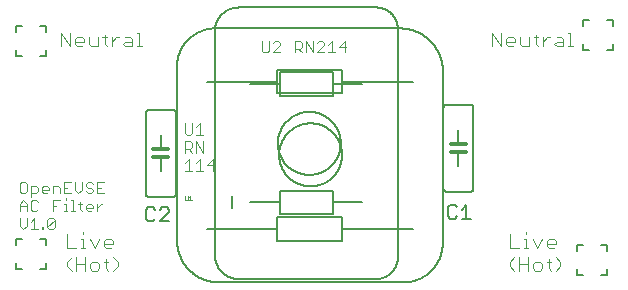
<source format=gto>
G75*
%MOIN*%
%OFA0B0*%
%FSLAX25Y25*%
%IPPOS*%
%LPD*%
%AMOC8*
5,1,8,0,0,1.08239X$1,22.5*
%
%ADD10C,0.00300*%
%ADD11C,0.00100*%
%ADD12C,0.00400*%
%ADD13C,0.00500*%
%ADD14C,0.01200*%
%ADD15C,0.00600*%
D10*
X0008290Y0018961D02*
X0009524Y0020195D01*
X0009524Y0022664D01*
X0010739Y0021430D02*
X0011973Y0022664D01*
X0011973Y0018961D01*
X0010739Y0018961D02*
X0013207Y0018961D01*
X0014422Y0018961D02*
X0015039Y0018961D01*
X0015039Y0019578D01*
X0014422Y0019578D01*
X0014422Y0018961D01*
X0016263Y0019578D02*
X0018732Y0022047D01*
X0018732Y0019578D01*
X0018115Y0018961D01*
X0016881Y0018961D01*
X0016263Y0019578D01*
X0016263Y0022047D01*
X0016881Y0022664D01*
X0018115Y0022664D01*
X0018732Y0022047D01*
X0018105Y0024961D02*
X0018105Y0028664D01*
X0020574Y0028664D01*
X0021788Y0027430D02*
X0022405Y0027430D01*
X0022405Y0024961D01*
X0021788Y0024961D02*
X0023022Y0024961D01*
X0024244Y0024961D02*
X0025478Y0024961D01*
X0024861Y0024961D02*
X0024861Y0028664D01*
X0024244Y0028664D01*
X0022405Y0028664D02*
X0022405Y0029281D01*
X0021788Y0030961D02*
X0024257Y0030961D01*
X0025471Y0032195D02*
X0026706Y0030961D01*
X0027940Y0032195D01*
X0027940Y0034664D01*
X0029154Y0034047D02*
X0029154Y0033430D01*
X0029772Y0032813D01*
X0031006Y0032813D01*
X0031623Y0032195D01*
X0031623Y0031578D01*
X0031006Y0030961D01*
X0029772Y0030961D01*
X0029154Y0031578D01*
X0025471Y0032195D02*
X0025471Y0034664D01*
X0024257Y0034664D02*
X0021788Y0034664D01*
X0021788Y0030961D01*
X0020574Y0030961D02*
X0020574Y0032813D01*
X0019957Y0033430D01*
X0018105Y0033430D01*
X0018105Y0030961D01*
X0016891Y0032195D02*
X0014422Y0032195D01*
X0014422Y0031578D02*
X0014422Y0032813D01*
X0015039Y0033430D01*
X0016273Y0033430D01*
X0016891Y0032813D01*
X0016891Y0032195D01*
X0016273Y0030961D02*
X0015039Y0030961D01*
X0014422Y0031578D01*
X0013207Y0031578D02*
X0012590Y0030961D01*
X0010739Y0030961D01*
X0010739Y0029727D02*
X0010739Y0033430D01*
X0012590Y0033430D01*
X0013207Y0032813D01*
X0013207Y0031578D01*
X0009524Y0031578D02*
X0009524Y0034047D01*
X0008907Y0034664D01*
X0007673Y0034664D01*
X0007056Y0034047D01*
X0007056Y0031578D01*
X0007673Y0030961D01*
X0008907Y0030961D01*
X0009524Y0031578D01*
X0008290Y0028664D02*
X0009524Y0027430D01*
X0009524Y0024961D01*
X0010739Y0025578D02*
X0011356Y0024961D01*
X0012590Y0024961D01*
X0013207Y0025578D01*
X0010739Y0025578D02*
X0010739Y0028047D01*
X0011356Y0028664D01*
X0012590Y0028664D01*
X0013207Y0028047D01*
X0009524Y0026813D02*
X0007056Y0026813D01*
X0007056Y0027430D02*
X0008290Y0028664D01*
X0007056Y0027430D02*
X0007056Y0024961D01*
X0007056Y0022664D02*
X0007056Y0020195D01*
X0008290Y0018961D01*
X0018105Y0026813D02*
X0019339Y0026813D01*
X0026699Y0027430D02*
X0027933Y0027430D01*
X0027316Y0028047D02*
X0027316Y0025578D01*
X0027933Y0024961D01*
X0029154Y0025578D02*
X0029154Y0026813D01*
X0029772Y0027430D01*
X0031006Y0027430D01*
X0031623Y0026813D01*
X0031623Y0026195D01*
X0029154Y0026195D01*
X0029154Y0025578D02*
X0029772Y0024961D01*
X0031006Y0024961D01*
X0032838Y0024961D02*
X0032838Y0027430D01*
X0034072Y0027430D02*
X0034689Y0027430D01*
X0034072Y0027430D02*
X0032838Y0026195D01*
X0032838Y0030961D02*
X0035306Y0030961D01*
X0032838Y0030961D02*
X0032838Y0034664D01*
X0035306Y0034664D01*
X0031623Y0034047D02*
X0031006Y0034664D01*
X0029772Y0034664D01*
X0029154Y0034047D01*
X0032838Y0032813D02*
X0034072Y0032813D01*
X0023022Y0032813D02*
X0021788Y0032813D01*
X0062174Y0038552D02*
X0064642Y0038552D01*
X0065857Y0038552D02*
X0068326Y0038552D01*
X0067091Y0038552D02*
X0067091Y0042255D01*
X0065857Y0041020D01*
X0063408Y0042255D02*
X0063408Y0038552D01*
X0062174Y0041020D02*
X0063408Y0042255D01*
X0062174Y0044552D02*
X0062174Y0048255D01*
X0064025Y0048255D01*
X0064642Y0047638D01*
X0064642Y0046403D01*
X0064025Y0045786D01*
X0062174Y0045786D01*
X0063408Y0045786D02*
X0064642Y0044552D01*
X0065857Y0044552D02*
X0065857Y0048255D01*
X0068326Y0044552D01*
X0068326Y0048255D01*
X0068326Y0050552D02*
X0065857Y0050552D01*
X0067091Y0050552D02*
X0067091Y0054255D01*
X0065857Y0053020D01*
X0064642Y0054255D02*
X0064642Y0051169D01*
X0064025Y0050552D01*
X0062791Y0050552D01*
X0062174Y0051169D01*
X0062174Y0054255D01*
X0071391Y0042255D02*
X0069540Y0040403D01*
X0072009Y0040403D01*
X0071391Y0038552D02*
X0071391Y0042255D01*
X0088381Y0077922D02*
X0089616Y0077922D01*
X0090233Y0078539D01*
X0090233Y0081625D01*
X0091447Y0081008D02*
X0092065Y0081625D01*
X0093299Y0081625D01*
X0093916Y0081008D01*
X0093916Y0080390D01*
X0091447Y0077922D01*
X0093916Y0077922D01*
X0098814Y0077922D02*
X0098814Y0081625D01*
X0100665Y0081625D01*
X0101282Y0081008D01*
X0101282Y0079773D01*
X0100665Y0079156D01*
X0098814Y0079156D01*
X0100048Y0079156D02*
X0101282Y0077922D01*
X0102497Y0077922D02*
X0102497Y0081625D01*
X0104966Y0077922D01*
X0104966Y0081625D01*
X0106180Y0081008D02*
X0106797Y0081625D01*
X0108031Y0081625D01*
X0108649Y0081008D01*
X0108649Y0080390D01*
X0106180Y0077922D01*
X0108649Y0077922D01*
X0109863Y0077922D02*
X0112332Y0077922D01*
X0111097Y0077922D02*
X0111097Y0081625D01*
X0109863Y0080390D01*
X0113546Y0079773D02*
X0116015Y0079773D01*
X0115398Y0081625D02*
X0113546Y0079773D01*
X0115398Y0077922D02*
X0115398Y0081625D01*
X0088381Y0077922D02*
X0087764Y0078539D01*
X0087764Y0081625D01*
D11*
X0064047Y0030110D02*
X0064047Y0028609D01*
X0063547Y0028609D02*
X0064548Y0028609D01*
X0063547Y0029610D02*
X0064047Y0030110D01*
X0063074Y0030110D02*
X0063074Y0028859D01*
X0062824Y0028609D01*
X0062324Y0028609D01*
X0062074Y0028859D01*
X0062074Y0030110D01*
D12*
X0038200Y0014939D02*
X0037433Y0015706D01*
X0035898Y0015706D01*
X0035131Y0014939D01*
X0035131Y0013404D01*
X0035898Y0012637D01*
X0037433Y0012637D01*
X0038200Y0014172D02*
X0035131Y0014172D01*
X0033596Y0015706D02*
X0032061Y0012637D01*
X0030527Y0015706D01*
X0028225Y0015706D02*
X0028225Y0012637D01*
X0028992Y0012637D02*
X0027457Y0012637D01*
X0025923Y0012637D02*
X0022854Y0012637D01*
X0022854Y0017241D01*
X0027457Y0015706D02*
X0028225Y0015706D01*
X0028225Y0017241D02*
X0028225Y0018008D01*
X0038200Y0014939D02*
X0038200Y0014172D01*
X0038200Y0009741D02*
X0039735Y0008206D01*
X0039735Y0006672D01*
X0038200Y0005137D01*
X0036665Y0005137D02*
X0035898Y0005904D01*
X0035898Y0008974D01*
X0035131Y0008206D02*
X0036665Y0008206D01*
X0033596Y0007439D02*
X0032829Y0008206D01*
X0031294Y0008206D01*
X0030527Y0007439D01*
X0030527Y0005904D01*
X0031294Y0005137D01*
X0032829Y0005137D01*
X0033596Y0005904D01*
X0033596Y0007439D01*
X0028992Y0007439D02*
X0025923Y0007439D01*
X0025923Y0005137D02*
X0025923Y0009741D01*
X0024388Y0009741D02*
X0022854Y0008206D01*
X0022854Y0006672D01*
X0024388Y0005137D01*
X0028992Y0005137D02*
X0028992Y0009741D01*
X0170491Y0008206D02*
X0170491Y0006672D01*
X0172026Y0005137D01*
X0173561Y0005137D02*
X0173561Y0009741D01*
X0172026Y0009741D02*
X0170491Y0008206D01*
X0173561Y0007439D02*
X0176630Y0007439D01*
X0178165Y0007439D02*
X0178165Y0005904D01*
X0178932Y0005137D01*
X0180466Y0005137D01*
X0181234Y0005904D01*
X0181234Y0007439D01*
X0180466Y0008206D01*
X0178932Y0008206D01*
X0178165Y0007439D01*
X0176630Y0009741D02*
X0176630Y0005137D01*
X0182768Y0008206D02*
X0184303Y0008206D01*
X0183536Y0008974D02*
X0183536Y0005904D01*
X0184303Y0005137D01*
X0185838Y0005137D02*
X0187372Y0006672D01*
X0187372Y0008206D01*
X0185838Y0009741D01*
X0185070Y0012637D02*
X0183536Y0012637D01*
X0182768Y0013404D01*
X0182768Y0014939D01*
X0183536Y0015706D01*
X0185070Y0015706D01*
X0185838Y0014939D01*
X0185838Y0014172D01*
X0182768Y0014172D01*
X0181234Y0015706D02*
X0179699Y0012637D01*
X0178165Y0015706D01*
X0175863Y0015706D02*
X0175863Y0012637D01*
X0176630Y0012637D02*
X0175095Y0012637D01*
X0173561Y0012637D02*
X0170491Y0012637D01*
X0170491Y0017241D01*
X0175095Y0015706D02*
X0175863Y0015706D01*
X0175863Y0017241D02*
X0175863Y0018008D01*
X0176863Y0079940D02*
X0174561Y0079940D01*
X0173794Y0080707D01*
X0173794Y0083009D01*
X0172259Y0082242D02*
X0172259Y0081475D01*
X0169190Y0081475D01*
X0169190Y0082242D02*
X0169190Y0080707D01*
X0169957Y0079940D01*
X0171492Y0079940D01*
X0167655Y0079940D02*
X0167655Y0084544D01*
X0169190Y0082242D02*
X0169957Y0083009D01*
X0171492Y0083009D01*
X0172259Y0082242D01*
X0176863Y0083009D02*
X0176863Y0079940D01*
X0179165Y0080707D02*
X0179932Y0079940D01*
X0179165Y0080707D02*
X0179165Y0083777D01*
X0178398Y0083009D02*
X0179932Y0083009D01*
X0181467Y0083009D02*
X0181467Y0079940D01*
X0181467Y0081475D02*
X0183002Y0083009D01*
X0183769Y0083009D01*
X0186071Y0083009D02*
X0187605Y0083009D01*
X0188373Y0082242D01*
X0188373Y0079940D01*
X0186071Y0079940D01*
X0185303Y0080707D01*
X0186071Y0081475D01*
X0188373Y0081475D01*
X0189907Y0079940D02*
X0191442Y0079940D01*
X0190675Y0079940D02*
X0190675Y0084544D01*
X0189907Y0084544D01*
X0167655Y0079940D02*
X0164586Y0084544D01*
X0164586Y0079940D01*
X0047741Y0079940D02*
X0046207Y0079940D01*
X0046974Y0079940D02*
X0046974Y0084544D01*
X0046207Y0084544D01*
X0044672Y0082242D02*
X0044672Y0079940D01*
X0042370Y0079940D01*
X0041603Y0080707D01*
X0042370Y0081475D01*
X0044672Y0081475D01*
X0044672Y0082242D02*
X0043905Y0083009D01*
X0042370Y0083009D01*
X0040068Y0083009D02*
X0039301Y0083009D01*
X0037766Y0081475D01*
X0037766Y0083009D02*
X0037766Y0079940D01*
X0036231Y0079940D02*
X0035464Y0080707D01*
X0035464Y0083777D01*
X0034697Y0083009D02*
X0036231Y0083009D01*
X0033162Y0083009D02*
X0033162Y0079940D01*
X0030860Y0079940D01*
X0030093Y0080707D01*
X0030093Y0083009D01*
X0028558Y0082242D02*
X0028558Y0081475D01*
X0025489Y0081475D01*
X0025489Y0082242D02*
X0025489Y0080707D01*
X0026256Y0079940D01*
X0027791Y0079940D01*
X0023954Y0079940D02*
X0023954Y0084544D01*
X0020885Y0084544D02*
X0023954Y0079940D01*
X0020885Y0079940D02*
X0020885Y0084544D01*
X0025489Y0082242D02*
X0026256Y0083009D01*
X0027791Y0083009D01*
X0028558Y0082242D01*
D13*
X0059583Y0073317D02*
X0059583Y0015195D01*
X0069425Y0018992D02*
X0093047Y0018992D01*
X0093047Y0015055D01*
X0114701Y0015055D01*
X0114701Y0018992D01*
X0114701Y0022929D01*
X0093047Y0022929D01*
X0093047Y0018992D01*
X0093795Y0023992D02*
X0111512Y0023992D01*
X0111512Y0027929D01*
X0111512Y0031866D01*
X0093795Y0031866D01*
X0093795Y0023992D01*
X0093795Y0027929D02*
X0083953Y0027929D01*
X0078047Y0029898D02*
X0078047Y0025961D01*
X0056861Y0025499D02*
X0056861Y0024749D01*
X0053859Y0021746D01*
X0056861Y0021746D01*
X0052257Y0022497D02*
X0051507Y0021746D01*
X0050005Y0021746D01*
X0049255Y0022497D01*
X0049255Y0025499D01*
X0050005Y0026250D01*
X0051507Y0026250D01*
X0052257Y0025499D01*
X0053859Y0025499D02*
X0054609Y0026250D01*
X0056111Y0026250D01*
X0056861Y0025499D01*
X0059583Y0015195D02*
X0059587Y0014859D01*
X0059599Y0014523D01*
X0059620Y0014187D01*
X0059648Y0013852D01*
X0059684Y0013517D01*
X0059729Y0013184D01*
X0059782Y0012852D01*
X0059842Y0012521D01*
X0059911Y0012191D01*
X0059987Y0011864D01*
X0060072Y0011538D01*
X0060164Y0011215D01*
X0060264Y0010894D01*
X0060372Y0010575D01*
X0060488Y0010259D01*
X0060611Y0009946D01*
X0060741Y0009636D01*
X0060879Y0009330D01*
X0061025Y0009026D01*
X0061177Y0008727D01*
X0061337Y0008431D01*
X0061504Y0008139D01*
X0061678Y0007851D01*
X0061859Y0007567D01*
X0062047Y0007288D01*
X0062241Y0007014D01*
X0062442Y0006744D01*
X0062650Y0006479D01*
X0062863Y0006219D01*
X0063083Y0005965D01*
X0063310Y0005716D01*
X0063542Y0005472D01*
X0063779Y0005235D01*
X0064023Y0005003D01*
X0064272Y0004776D01*
X0064526Y0004556D01*
X0064786Y0004343D01*
X0065051Y0004135D01*
X0065321Y0003934D01*
X0065595Y0003740D01*
X0065874Y0003552D01*
X0066158Y0003371D01*
X0066446Y0003197D01*
X0066738Y0003030D01*
X0067034Y0002870D01*
X0067333Y0002718D01*
X0067637Y0002572D01*
X0067943Y0002434D01*
X0068253Y0002304D01*
X0068566Y0002181D01*
X0068882Y0002065D01*
X0069201Y0001957D01*
X0069522Y0001857D01*
X0069845Y0001765D01*
X0070171Y0001680D01*
X0070498Y0001604D01*
X0070828Y0001535D01*
X0071159Y0001475D01*
X0071491Y0001422D01*
X0071824Y0001377D01*
X0072159Y0001341D01*
X0072494Y0001313D01*
X0072830Y0001292D01*
X0073166Y0001280D01*
X0073502Y0001276D01*
X0134960Y0001276D01*
X0125694Y0002339D02*
X0080333Y0002339D01*
X0080135Y0002341D01*
X0079937Y0002349D01*
X0079740Y0002361D01*
X0079542Y0002377D01*
X0079346Y0002399D01*
X0079149Y0002425D01*
X0078954Y0002456D01*
X0078759Y0002492D01*
X0078566Y0002532D01*
X0078373Y0002577D01*
X0078181Y0002627D01*
X0077991Y0002681D01*
X0077802Y0002740D01*
X0077614Y0002803D01*
X0077428Y0002871D01*
X0077244Y0002944D01*
X0077062Y0003021D01*
X0076881Y0003102D01*
X0076703Y0003187D01*
X0076526Y0003277D01*
X0076352Y0003371D01*
X0076180Y0003470D01*
X0076011Y0003572D01*
X0075844Y0003678D01*
X0075680Y0003789D01*
X0075518Y0003903D01*
X0075360Y0004022D01*
X0075204Y0004144D01*
X0075051Y0004269D01*
X0074901Y0004399D01*
X0074755Y0004532D01*
X0074611Y0004669D01*
X0074472Y0004808D01*
X0074335Y0004952D01*
X0074202Y0005098D01*
X0074072Y0005248D01*
X0073947Y0005401D01*
X0073825Y0005557D01*
X0073706Y0005715D01*
X0073592Y0005877D01*
X0073481Y0006041D01*
X0073375Y0006208D01*
X0073273Y0006377D01*
X0073174Y0006549D01*
X0073080Y0006723D01*
X0072990Y0006900D01*
X0072905Y0007078D01*
X0072824Y0007259D01*
X0072747Y0007441D01*
X0072674Y0007625D01*
X0072606Y0007811D01*
X0072543Y0007999D01*
X0072484Y0008188D01*
X0072430Y0008378D01*
X0072380Y0008570D01*
X0072335Y0008763D01*
X0072295Y0008956D01*
X0072259Y0009151D01*
X0072228Y0009346D01*
X0072202Y0009543D01*
X0072180Y0009739D01*
X0072164Y0009937D01*
X0072152Y0010134D01*
X0072144Y0010332D01*
X0072142Y0010530D01*
X0072142Y0085061D01*
X0072187Y0085921D02*
X0133970Y0085921D01*
X0133165Y0085819D02*
X0133165Y0009810D01*
X0133163Y0009629D01*
X0133156Y0009449D01*
X0133145Y0009269D01*
X0133130Y0009089D01*
X0133111Y0008909D01*
X0133087Y0008731D01*
X0133058Y0008552D01*
X0133026Y0008375D01*
X0132989Y0008198D01*
X0132948Y0008022D01*
X0132903Y0007847D01*
X0132853Y0007674D01*
X0132799Y0007501D01*
X0132741Y0007330D01*
X0132680Y0007161D01*
X0132613Y0006993D01*
X0132543Y0006826D01*
X0132469Y0006662D01*
X0132391Y0006499D01*
X0132309Y0006338D01*
X0132223Y0006179D01*
X0132134Y0006023D01*
X0132040Y0005868D01*
X0131943Y0005716D01*
X0131843Y0005566D01*
X0131738Y0005419D01*
X0131630Y0005274D01*
X0131519Y0005132D01*
X0131404Y0004992D01*
X0131286Y0004856D01*
X0131165Y0004722D01*
X0131040Y0004591D01*
X0130913Y0004464D01*
X0130782Y0004339D01*
X0130648Y0004218D01*
X0130512Y0004100D01*
X0130372Y0003985D01*
X0130230Y0003874D01*
X0130085Y0003766D01*
X0129938Y0003661D01*
X0129788Y0003561D01*
X0129636Y0003464D01*
X0129481Y0003370D01*
X0129325Y0003281D01*
X0129166Y0003195D01*
X0129005Y0003113D01*
X0128842Y0003035D01*
X0128678Y0002961D01*
X0128511Y0002891D01*
X0128343Y0002824D01*
X0128174Y0002763D01*
X0128003Y0002705D01*
X0127830Y0002651D01*
X0127657Y0002601D01*
X0127482Y0002556D01*
X0127306Y0002515D01*
X0127129Y0002478D01*
X0126952Y0002446D01*
X0126773Y0002417D01*
X0126595Y0002393D01*
X0126415Y0002374D01*
X0126235Y0002359D01*
X0126055Y0002348D01*
X0125875Y0002341D01*
X0125694Y0002339D01*
X0134960Y0001276D02*
X0135279Y0001280D01*
X0135598Y0001291D01*
X0135917Y0001311D01*
X0136234Y0001338D01*
X0136552Y0001372D01*
X0136868Y0001415D01*
X0137183Y0001464D01*
X0137497Y0001522D01*
X0137809Y0001587D01*
X0138120Y0001660D01*
X0138429Y0001740D01*
X0138736Y0001827D01*
X0139041Y0001922D01*
X0139343Y0002025D01*
X0139643Y0002134D01*
X0139940Y0002251D01*
X0140234Y0002375D01*
X0140525Y0002506D01*
X0140812Y0002644D01*
X0141097Y0002789D01*
X0141377Y0002940D01*
X0141654Y0003099D01*
X0141927Y0003264D01*
X0142197Y0003435D01*
X0142461Y0003613D01*
X0142722Y0003798D01*
X0142978Y0003989D01*
X0143229Y0004185D01*
X0143475Y0004388D01*
X0143717Y0004597D01*
X0143953Y0004811D01*
X0144184Y0005032D01*
X0144409Y0005257D01*
X0144630Y0005488D01*
X0144844Y0005724D01*
X0145053Y0005966D01*
X0145256Y0006212D01*
X0145452Y0006463D01*
X0145643Y0006719D01*
X0145828Y0006980D01*
X0146006Y0007244D01*
X0146177Y0007514D01*
X0146342Y0007787D01*
X0146501Y0008064D01*
X0146652Y0008344D01*
X0146797Y0008629D01*
X0146935Y0008916D01*
X0147066Y0009207D01*
X0147190Y0009501D01*
X0147307Y0009798D01*
X0147416Y0010098D01*
X0147519Y0010400D01*
X0147614Y0010705D01*
X0147701Y0011012D01*
X0147781Y0011321D01*
X0147854Y0011632D01*
X0147919Y0011944D01*
X0147977Y0012258D01*
X0148026Y0012573D01*
X0148069Y0012889D01*
X0148103Y0013207D01*
X0148130Y0013524D01*
X0148150Y0013843D01*
X0148161Y0014162D01*
X0148165Y0014481D01*
X0148165Y0071726D01*
X0138323Y0068205D02*
X0114701Y0068205D01*
X0114701Y0072142D01*
X0093047Y0072142D01*
X0093047Y0068205D01*
X0069425Y0068205D01*
X0059582Y0073317D02*
X0059586Y0073622D01*
X0059597Y0073926D01*
X0059615Y0074230D01*
X0059641Y0074534D01*
X0059674Y0074836D01*
X0059714Y0075138D01*
X0059762Y0075439D01*
X0059817Y0075739D01*
X0059879Y0076037D01*
X0059948Y0076334D01*
X0060025Y0076628D01*
X0060108Y0076921D01*
X0060199Y0077212D01*
X0060297Y0077501D01*
X0060401Y0077787D01*
X0060513Y0078070D01*
X0060631Y0078351D01*
X0060756Y0078629D01*
X0060888Y0078903D01*
X0061026Y0079175D01*
X0061171Y0079443D01*
X0061322Y0079707D01*
X0061479Y0079968D01*
X0061643Y0080225D01*
X0061813Y0080477D01*
X0061989Y0080726D01*
X0062171Y0080970D01*
X0062359Y0081210D01*
X0062553Y0081445D01*
X0062752Y0081676D01*
X0062957Y0081901D01*
X0063167Y0082122D01*
X0063382Y0082337D01*
X0063603Y0082547D01*
X0063828Y0082752D01*
X0064059Y0082951D01*
X0064294Y0083145D01*
X0064534Y0083333D01*
X0064778Y0083515D01*
X0065027Y0083691D01*
X0065279Y0083861D01*
X0065536Y0084025D01*
X0065797Y0084182D01*
X0066061Y0084333D01*
X0066329Y0084478D01*
X0066601Y0084616D01*
X0066875Y0084748D01*
X0067153Y0084873D01*
X0067434Y0084991D01*
X0067717Y0085103D01*
X0068003Y0085207D01*
X0068292Y0085305D01*
X0068583Y0085396D01*
X0068876Y0085479D01*
X0069170Y0085556D01*
X0069467Y0085625D01*
X0069765Y0085687D01*
X0070065Y0085742D01*
X0070366Y0085790D01*
X0070668Y0085830D01*
X0070970Y0085863D01*
X0071274Y0085889D01*
X0071578Y0085907D01*
X0071882Y0085918D01*
X0072187Y0085922D01*
X0072142Y0085061D02*
X0072144Y0085250D01*
X0072151Y0085439D01*
X0072163Y0085628D01*
X0072179Y0085817D01*
X0072199Y0086005D01*
X0072224Y0086192D01*
X0072254Y0086379D01*
X0072288Y0086565D01*
X0072326Y0086750D01*
X0072369Y0086934D01*
X0072417Y0087117D01*
X0072469Y0087299D01*
X0072525Y0087480D01*
X0072586Y0087659D01*
X0072651Y0087837D01*
X0072720Y0088013D01*
X0072793Y0088187D01*
X0072871Y0088360D01*
X0072953Y0088530D01*
X0073039Y0088699D01*
X0073129Y0088865D01*
X0073223Y0089029D01*
X0073320Y0089191D01*
X0073422Y0089351D01*
X0073528Y0089508D01*
X0073637Y0089662D01*
X0073750Y0089814D01*
X0073867Y0089963D01*
X0073987Y0090109D01*
X0074111Y0090252D01*
X0074238Y0090392D01*
X0074368Y0090529D01*
X0074502Y0090663D01*
X0074639Y0090793D01*
X0074779Y0090920D01*
X0074922Y0091044D01*
X0075068Y0091164D01*
X0075217Y0091281D01*
X0075369Y0091394D01*
X0075523Y0091503D01*
X0075680Y0091609D01*
X0075840Y0091711D01*
X0076002Y0091808D01*
X0076166Y0091902D01*
X0076332Y0091992D01*
X0076501Y0092078D01*
X0076671Y0092160D01*
X0076844Y0092238D01*
X0077018Y0092311D01*
X0077194Y0092380D01*
X0077372Y0092445D01*
X0077551Y0092506D01*
X0077732Y0092562D01*
X0077914Y0092614D01*
X0078097Y0092662D01*
X0078281Y0092705D01*
X0078466Y0092743D01*
X0078652Y0092777D01*
X0078839Y0092807D01*
X0079026Y0092832D01*
X0079214Y0092852D01*
X0079403Y0092868D01*
X0079592Y0092880D01*
X0079781Y0092887D01*
X0079970Y0092889D01*
X0079970Y0092890D02*
X0126094Y0092890D01*
X0126265Y0092888D01*
X0126436Y0092882D01*
X0126606Y0092871D01*
X0126776Y0092857D01*
X0126946Y0092838D01*
X0127116Y0092816D01*
X0127284Y0092789D01*
X0127453Y0092758D01*
X0127620Y0092723D01*
X0127786Y0092685D01*
X0127952Y0092642D01*
X0128116Y0092595D01*
X0128279Y0092544D01*
X0128441Y0092489D01*
X0128601Y0092430D01*
X0128760Y0092368D01*
X0128918Y0092302D01*
X0129074Y0092232D01*
X0129228Y0092158D01*
X0129380Y0092080D01*
X0129530Y0091999D01*
X0129679Y0091914D01*
X0129825Y0091826D01*
X0129969Y0091734D01*
X0130111Y0091638D01*
X0130250Y0091540D01*
X0130387Y0091437D01*
X0130522Y0091332D01*
X0130654Y0091223D01*
X0130783Y0091112D01*
X0130909Y0090997D01*
X0131033Y0090879D01*
X0131154Y0090758D01*
X0131272Y0090634D01*
X0131387Y0090508D01*
X0131498Y0090379D01*
X0131607Y0090247D01*
X0131712Y0090112D01*
X0131815Y0089975D01*
X0131913Y0089836D01*
X0132009Y0089694D01*
X0132101Y0089550D01*
X0132189Y0089404D01*
X0132274Y0089255D01*
X0132355Y0089105D01*
X0132433Y0088953D01*
X0132507Y0088799D01*
X0132577Y0088643D01*
X0132643Y0088485D01*
X0132705Y0088326D01*
X0132764Y0088166D01*
X0132819Y0088004D01*
X0132870Y0087841D01*
X0132917Y0087677D01*
X0132960Y0087511D01*
X0132998Y0087345D01*
X0133033Y0087178D01*
X0133064Y0087009D01*
X0133091Y0086841D01*
X0133113Y0086671D01*
X0133132Y0086501D01*
X0133146Y0086331D01*
X0133157Y0086161D01*
X0133163Y0085990D01*
X0133165Y0085819D01*
X0133970Y0085921D02*
X0134313Y0085917D01*
X0134656Y0085904D01*
X0134998Y0085884D01*
X0135340Y0085855D01*
X0135681Y0085818D01*
X0136021Y0085772D01*
X0136360Y0085718D01*
X0136697Y0085657D01*
X0137033Y0085587D01*
X0137367Y0085509D01*
X0137699Y0085422D01*
X0138029Y0085328D01*
X0138356Y0085226D01*
X0138681Y0085116D01*
X0139004Y0084999D01*
X0139323Y0084873D01*
X0139639Y0084740D01*
X0139952Y0084599D01*
X0140261Y0084451D01*
X0140567Y0084295D01*
X0140869Y0084132D01*
X0141166Y0083962D01*
X0141460Y0083784D01*
X0141749Y0083600D01*
X0142034Y0083408D01*
X0142314Y0083210D01*
X0142589Y0083005D01*
X0142859Y0082793D01*
X0143124Y0082575D01*
X0143383Y0082351D01*
X0143637Y0082121D01*
X0143885Y0081884D01*
X0144128Y0081641D01*
X0144365Y0081393D01*
X0144595Y0081139D01*
X0144819Y0080880D01*
X0145037Y0080615D01*
X0145249Y0080345D01*
X0145454Y0080070D01*
X0145652Y0079790D01*
X0145844Y0079505D01*
X0146028Y0079216D01*
X0146206Y0078922D01*
X0146376Y0078625D01*
X0146539Y0078323D01*
X0146695Y0078017D01*
X0146843Y0077708D01*
X0146984Y0077395D01*
X0147117Y0077079D01*
X0147243Y0076760D01*
X0147360Y0076437D01*
X0147470Y0076112D01*
X0147572Y0075785D01*
X0147666Y0075455D01*
X0147753Y0075123D01*
X0147831Y0074789D01*
X0147901Y0074453D01*
X0147962Y0074116D01*
X0148016Y0073777D01*
X0148062Y0073437D01*
X0148099Y0073096D01*
X0148128Y0072754D01*
X0148148Y0072412D01*
X0148161Y0072069D01*
X0148165Y0071726D01*
X0121354Y0067299D02*
X0111512Y0067299D01*
X0111512Y0071236D01*
X0093795Y0071236D01*
X0093795Y0063362D01*
X0111512Y0063362D01*
X0111512Y0067299D01*
X0114701Y0068205D02*
X0114701Y0064268D01*
X0093047Y0064268D01*
X0093047Y0068205D01*
X0093795Y0067299D02*
X0083953Y0067299D01*
X0093155Y0047614D02*
X0093158Y0047871D01*
X0093168Y0048128D01*
X0093183Y0048385D01*
X0093205Y0048642D01*
X0093234Y0048897D01*
X0093268Y0049152D01*
X0093309Y0049406D01*
X0093356Y0049659D01*
X0093410Y0049911D01*
X0093469Y0050161D01*
X0093535Y0050410D01*
X0093606Y0050657D01*
X0093684Y0050902D01*
X0093768Y0051146D01*
X0093857Y0051387D01*
X0093953Y0051626D01*
X0094054Y0051862D01*
X0094161Y0052096D01*
X0094274Y0052327D01*
X0094393Y0052556D01*
X0094517Y0052781D01*
X0094646Y0053003D01*
X0094781Y0053222D01*
X0094922Y0053438D01*
X0095067Y0053650D01*
X0095218Y0053859D01*
X0095374Y0054063D01*
X0095535Y0054264D01*
X0095700Y0054461D01*
X0095871Y0054654D01*
X0096046Y0054842D01*
X0096225Y0055027D01*
X0096410Y0055206D01*
X0096598Y0055381D01*
X0096791Y0055552D01*
X0096988Y0055717D01*
X0097189Y0055878D01*
X0097393Y0056034D01*
X0097602Y0056185D01*
X0097814Y0056330D01*
X0098030Y0056471D01*
X0098249Y0056606D01*
X0098471Y0056735D01*
X0098696Y0056859D01*
X0098925Y0056978D01*
X0099156Y0057091D01*
X0099390Y0057198D01*
X0099626Y0057299D01*
X0099865Y0057395D01*
X0100106Y0057484D01*
X0100350Y0057568D01*
X0100595Y0057646D01*
X0100842Y0057717D01*
X0101091Y0057783D01*
X0101341Y0057842D01*
X0101593Y0057896D01*
X0101846Y0057943D01*
X0102100Y0057984D01*
X0102355Y0058018D01*
X0102610Y0058047D01*
X0102867Y0058069D01*
X0103124Y0058084D01*
X0103381Y0058094D01*
X0103638Y0058097D01*
X0103895Y0058094D01*
X0104152Y0058084D01*
X0104409Y0058069D01*
X0104666Y0058047D01*
X0104921Y0058018D01*
X0105176Y0057984D01*
X0105430Y0057943D01*
X0105683Y0057896D01*
X0105935Y0057842D01*
X0106185Y0057783D01*
X0106434Y0057717D01*
X0106681Y0057646D01*
X0106926Y0057568D01*
X0107170Y0057484D01*
X0107411Y0057395D01*
X0107650Y0057299D01*
X0107886Y0057198D01*
X0108120Y0057091D01*
X0108351Y0056978D01*
X0108580Y0056859D01*
X0108805Y0056735D01*
X0109027Y0056606D01*
X0109246Y0056471D01*
X0109462Y0056330D01*
X0109674Y0056185D01*
X0109883Y0056034D01*
X0110087Y0055878D01*
X0110288Y0055717D01*
X0110485Y0055552D01*
X0110678Y0055381D01*
X0110866Y0055206D01*
X0111051Y0055027D01*
X0111230Y0054842D01*
X0111405Y0054654D01*
X0111576Y0054461D01*
X0111741Y0054264D01*
X0111902Y0054063D01*
X0112058Y0053859D01*
X0112209Y0053650D01*
X0112354Y0053438D01*
X0112495Y0053222D01*
X0112630Y0053003D01*
X0112759Y0052781D01*
X0112883Y0052556D01*
X0113002Y0052327D01*
X0113115Y0052096D01*
X0113222Y0051862D01*
X0113323Y0051626D01*
X0113419Y0051387D01*
X0113508Y0051146D01*
X0113592Y0050902D01*
X0113670Y0050657D01*
X0113741Y0050410D01*
X0113807Y0050161D01*
X0113866Y0049911D01*
X0113920Y0049659D01*
X0113967Y0049406D01*
X0114008Y0049152D01*
X0114042Y0048897D01*
X0114071Y0048642D01*
X0114093Y0048385D01*
X0114108Y0048128D01*
X0114118Y0047871D01*
X0114121Y0047614D01*
X0114118Y0047357D01*
X0114108Y0047100D01*
X0114093Y0046843D01*
X0114071Y0046586D01*
X0114042Y0046331D01*
X0114008Y0046076D01*
X0113967Y0045822D01*
X0113920Y0045569D01*
X0113866Y0045317D01*
X0113807Y0045067D01*
X0113741Y0044818D01*
X0113670Y0044571D01*
X0113592Y0044326D01*
X0113508Y0044082D01*
X0113419Y0043841D01*
X0113323Y0043602D01*
X0113222Y0043366D01*
X0113115Y0043132D01*
X0113002Y0042901D01*
X0112883Y0042672D01*
X0112759Y0042447D01*
X0112630Y0042225D01*
X0112495Y0042006D01*
X0112354Y0041790D01*
X0112209Y0041578D01*
X0112058Y0041369D01*
X0111902Y0041165D01*
X0111741Y0040964D01*
X0111576Y0040767D01*
X0111405Y0040574D01*
X0111230Y0040386D01*
X0111051Y0040201D01*
X0110866Y0040022D01*
X0110678Y0039847D01*
X0110485Y0039676D01*
X0110288Y0039511D01*
X0110087Y0039350D01*
X0109883Y0039194D01*
X0109674Y0039043D01*
X0109462Y0038898D01*
X0109246Y0038757D01*
X0109027Y0038622D01*
X0108805Y0038493D01*
X0108580Y0038369D01*
X0108351Y0038250D01*
X0108120Y0038137D01*
X0107886Y0038030D01*
X0107650Y0037929D01*
X0107411Y0037833D01*
X0107170Y0037744D01*
X0106926Y0037660D01*
X0106681Y0037582D01*
X0106434Y0037511D01*
X0106185Y0037445D01*
X0105935Y0037386D01*
X0105683Y0037332D01*
X0105430Y0037285D01*
X0105176Y0037244D01*
X0104921Y0037210D01*
X0104666Y0037181D01*
X0104409Y0037159D01*
X0104152Y0037144D01*
X0103895Y0037134D01*
X0103638Y0037131D01*
X0103381Y0037134D01*
X0103124Y0037144D01*
X0102867Y0037159D01*
X0102610Y0037181D01*
X0102355Y0037210D01*
X0102100Y0037244D01*
X0101846Y0037285D01*
X0101593Y0037332D01*
X0101341Y0037386D01*
X0101091Y0037445D01*
X0100842Y0037511D01*
X0100595Y0037582D01*
X0100350Y0037660D01*
X0100106Y0037744D01*
X0099865Y0037833D01*
X0099626Y0037929D01*
X0099390Y0038030D01*
X0099156Y0038137D01*
X0098925Y0038250D01*
X0098696Y0038369D01*
X0098471Y0038493D01*
X0098249Y0038622D01*
X0098030Y0038757D01*
X0097814Y0038898D01*
X0097602Y0039043D01*
X0097393Y0039194D01*
X0097189Y0039350D01*
X0096988Y0039511D01*
X0096791Y0039676D01*
X0096598Y0039847D01*
X0096410Y0040022D01*
X0096225Y0040201D01*
X0096046Y0040386D01*
X0095871Y0040574D01*
X0095700Y0040767D01*
X0095535Y0040964D01*
X0095374Y0041165D01*
X0095218Y0041369D01*
X0095067Y0041578D01*
X0094922Y0041790D01*
X0094781Y0042006D01*
X0094646Y0042225D01*
X0094517Y0042447D01*
X0094393Y0042672D01*
X0094274Y0042901D01*
X0094161Y0043132D01*
X0094054Y0043366D01*
X0093953Y0043602D01*
X0093857Y0043841D01*
X0093768Y0044082D01*
X0093684Y0044326D01*
X0093606Y0044571D01*
X0093535Y0044818D01*
X0093469Y0045067D01*
X0093410Y0045317D01*
X0093356Y0045569D01*
X0093309Y0045822D01*
X0093268Y0046076D01*
X0093234Y0046331D01*
X0093205Y0046586D01*
X0093183Y0046843D01*
X0093168Y0047100D01*
X0093158Y0047357D01*
X0093155Y0047614D01*
X0093588Y0043795D02*
X0093591Y0044052D01*
X0093601Y0044309D01*
X0093616Y0044566D01*
X0093638Y0044823D01*
X0093667Y0045078D01*
X0093701Y0045333D01*
X0093742Y0045587D01*
X0093789Y0045840D01*
X0093843Y0046092D01*
X0093902Y0046342D01*
X0093968Y0046591D01*
X0094039Y0046838D01*
X0094117Y0047083D01*
X0094201Y0047327D01*
X0094290Y0047568D01*
X0094386Y0047807D01*
X0094487Y0048043D01*
X0094594Y0048277D01*
X0094707Y0048508D01*
X0094826Y0048737D01*
X0094950Y0048962D01*
X0095079Y0049184D01*
X0095214Y0049403D01*
X0095355Y0049619D01*
X0095500Y0049831D01*
X0095651Y0050040D01*
X0095807Y0050244D01*
X0095968Y0050445D01*
X0096133Y0050642D01*
X0096304Y0050835D01*
X0096479Y0051023D01*
X0096658Y0051208D01*
X0096843Y0051387D01*
X0097031Y0051562D01*
X0097224Y0051733D01*
X0097421Y0051898D01*
X0097622Y0052059D01*
X0097826Y0052215D01*
X0098035Y0052366D01*
X0098247Y0052511D01*
X0098463Y0052652D01*
X0098682Y0052787D01*
X0098904Y0052916D01*
X0099129Y0053040D01*
X0099358Y0053159D01*
X0099589Y0053272D01*
X0099823Y0053379D01*
X0100059Y0053480D01*
X0100298Y0053576D01*
X0100539Y0053665D01*
X0100783Y0053749D01*
X0101028Y0053827D01*
X0101275Y0053898D01*
X0101524Y0053964D01*
X0101774Y0054023D01*
X0102026Y0054077D01*
X0102279Y0054124D01*
X0102533Y0054165D01*
X0102788Y0054199D01*
X0103043Y0054228D01*
X0103300Y0054250D01*
X0103557Y0054265D01*
X0103814Y0054275D01*
X0104071Y0054278D01*
X0104328Y0054275D01*
X0104585Y0054265D01*
X0104842Y0054250D01*
X0105099Y0054228D01*
X0105354Y0054199D01*
X0105609Y0054165D01*
X0105863Y0054124D01*
X0106116Y0054077D01*
X0106368Y0054023D01*
X0106618Y0053964D01*
X0106867Y0053898D01*
X0107114Y0053827D01*
X0107359Y0053749D01*
X0107603Y0053665D01*
X0107844Y0053576D01*
X0108083Y0053480D01*
X0108319Y0053379D01*
X0108553Y0053272D01*
X0108784Y0053159D01*
X0109013Y0053040D01*
X0109238Y0052916D01*
X0109460Y0052787D01*
X0109679Y0052652D01*
X0109895Y0052511D01*
X0110107Y0052366D01*
X0110316Y0052215D01*
X0110520Y0052059D01*
X0110721Y0051898D01*
X0110918Y0051733D01*
X0111111Y0051562D01*
X0111299Y0051387D01*
X0111484Y0051208D01*
X0111663Y0051023D01*
X0111838Y0050835D01*
X0112009Y0050642D01*
X0112174Y0050445D01*
X0112335Y0050244D01*
X0112491Y0050040D01*
X0112642Y0049831D01*
X0112787Y0049619D01*
X0112928Y0049403D01*
X0113063Y0049184D01*
X0113192Y0048962D01*
X0113316Y0048737D01*
X0113435Y0048508D01*
X0113548Y0048277D01*
X0113655Y0048043D01*
X0113756Y0047807D01*
X0113852Y0047568D01*
X0113941Y0047327D01*
X0114025Y0047083D01*
X0114103Y0046838D01*
X0114174Y0046591D01*
X0114240Y0046342D01*
X0114299Y0046092D01*
X0114353Y0045840D01*
X0114400Y0045587D01*
X0114441Y0045333D01*
X0114475Y0045078D01*
X0114504Y0044823D01*
X0114526Y0044566D01*
X0114541Y0044309D01*
X0114551Y0044052D01*
X0114554Y0043795D01*
X0114551Y0043538D01*
X0114541Y0043281D01*
X0114526Y0043024D01*
X0114504Y0042767D01*
X0114475Y0042512D01*
X0114441Y0042257D01*
X0114400Y0042003D01*
X0114353Y0041750D01*
X0114299Y0041498D01*
X0114240Y0041248D01*
X0114174Y0040999D01*
X0114103Y0040752D01*
X0114025Y0040507D01*
X0113941Y0040263D01*
X0113852Y0040022D01*
X0113756Y0039783D01*
X0113655Y0039547D01*
X0113548Y0039313D01*
X0113435Y0039082D01*
X0113316Y0038853D01*
X0113192Y0038628D01*
X0113063Y0038406D01*
X0112928Y0038187D01*
X0112787Y0037971D01*
X0112642Y0037759D01*
X0112491Y0037550D01*
X0112335Y0037346D01*
X0112174Y0037145D01*
X0112009Y0036948D01*
X0111838Y0036755D01*
X0111663Y0036567D01*
X0111484Y0036382D01*
X0111299Y0036203D01*
X0111111Y0036028D01*
X0110918Y0035857D01*
X0110721Y0035692D01*
X0110520Y0035531D01*
X0110316Y0035375D01*
X0110107Y0035224D01*
X0109895Y0035079D01*
X0109679Y0034938D01*
X0109460Y0034803D01*
X0109238Y0034674D01*
X0109013Y0034550D01*
X0108784Y0034431D01*
X0108553Y0034318D01*
X0108319Y0034211D01*
X0108083Y0034110D01*
X0107844Y0034014D01*
X0107603Y0033925D01*
X0107359Y0033841D01*
X0107114Y0033763D01*
X0106867Y0033692D01*
X0106618Y0033626D01*
X0106368Y0033567D01*
X0106116Y0033513D01*
X0105863Y0033466D01*
X0105609Y0033425D01*
X0105354Y0033391D01*
X0105099Y0033362D01*
X0104842Y0033340D01*
X0104585Y0033325D01*
X0104328Y0033315D01*
X0104071Y0033312D01*
X0103814Y0033315D01*
X0103557Y0033325D01*
X0103300Y0033340D01*
X0103043Y0033362D01*
X0102788Y0033391D01*
X0102533Y0033425D01*
X0102279Y0033466D01*
X0102026Y0033513D01*
X0101774Y0033567D01*
X0101524Y0033626D01*
X0101275Y0033692D01*
X0101028Y0033763D01*
X0100783Y0033841D01*
X0100539Y0033925D01*
X0100298Y0034014D01*
X0100059Y0034110D01*
X0099823Y0034211D01*
X0099589Y0034318D01*
X0099358Y0034431D01*
X0099129Y0034550D01*
X0098904Y0034674D01*
X0098682Y0034803D01*
X0098463Y0034938D01*
X0098247Y0035079D01*
X0098035Y0035224D01*
X0097826Y0035375D01*
X0097622Y0035531D01*
X0097421Y0035692D01*
X0097224Y0035857D01*
X0097031Y0036028D01*
X0096843Y0036203D01*
X0096658Y0036382D01*
X0096479Y0036567D01*
X0096304Y0036755D01*
X0096133Y0036948D01*
X0095968Y0037145D01*
X0095807Y0037346D01*
X0095651Y0037550D01*
X0095500Y0037759D01*
X0095355Y0037971D01*
X0095214Y0038187D01*
X0095079Y0038406D01*
X0094950Y0038628D01*
X0094826Y0038853D01*
X0094707Y0039082D01*
X0094594Y0039313D01*
X0094487Y0039547D01*
X0094386Y0039783D01*
X0094290Y0040022D01*
X0094201Y0040263D01*
X0094117Y0040507D01*
X0094039Y0040752D01*
X0093968Y0040999D01*
X0093902Y0041248D01*
X0093843Y0041498D01*
X0093789Y0041750D01*
X0093742Y0042003D01*
X0093701Y0042257D01*
X0093667Y0042512D01*
X0093638Y0042767D01*
X0093616Y0043024D01*
X0093601Y0043281D01*
X0093591Y0043538D01*
X0093588Y0043795D01*
X0111512Y0027929D02*
X0121354Y0027929D01*
X0114701Y0018992D02*
X0138323Y0018992D01*
X0149885Y0023284D02*
X0150635Y0022533D01*
X0152137Y0022533D01*
X0152887Y0023284D01*
X0154489Y0022533D02*
X0157491Y0022533D01*
X0155990Y0022533D02*
X0155990Y0027037D01*
X0154489Y0025536D01*
X0152887Y0026287D02*
X0152137Y0027037D01*
X0150635Y0027037D01*
X0149885Y0026287D01*
X0149885Y0023284D01*
D14*
X0150862Y0044839D02*
X0153362Y0044839D01*
X0155862Y0044839D01*
X0155862Y0047339D02*
X0153362Y0047339D01*
X0150862Y0047339D01*
X0056650Y0045607D02*
X0054150Y0045607D01*
X0051650Y0045607D01*
X0051650Y0043107D02*
X0054150Y0043107D01*
X0056650Y0043107D01*
D15*
X0005843Y0007843D02*
X0005843Y0005843D01*
X0007843Y0005843D01*
X0013843Y0005843D02*
X0015843Y0005843D01*
X0015843Y0007843D01*
X0015843Y0013843D02*
X0015843Y0015843D01*
X0013843Y0015843D01*
X0007843Y0015843D02*
X0005843Y0015843D01*
X0005843Y0013843D01*
X0049150Y0030807D02*
X0049150Y0057807D01*
X0049152Y0057867D01*
X0049157Y0057928D01*
X0049166Y0057987D01*
X0049179Y0058046D01*
X0049195Y0058105D01*
X0049215Y0058162D01*
X0049238Y0058217D01*
X0049265Y0058272D01*
X0049294Y0058324D01*
X0049327Y0058375D01*
X0049363Y0058424D01*
X0049401Y0058470D01*
X0049443Y0058514D01*
X0049487Y0058556D01*
X0049533Y0058594D01*
X0049582Y0058630D01*
X0049633Y0058663D01*
X0049685Y0058692D01*
X0049740Y0058719D01*
X0049795Y0058742D01*
X0049852Y0058762D01*
X0049911Y0058778D01*
X0049970Y0058791D01*
X0050029Y0058800D01*
X0050090Y0058805D01*
X0050150Y0058807D01*
X0058150Y0058807D01*
X0058210Y0058805D01*
X0058271Y0058800D01*
X0058330Y0058791D01*
X0058389Y0058778D01*
X0058448Y0058762D01*
X0058505Y0058742D01*
X0058560Y0058719D01*
X0058615Y0058692D01*
X0058667Y0058663D01*
X0058718Y0058630D01*
X0058767Y0058594D01*
X0058813Y0058556D01*
X0058857Y0058514D01*
X0058899Y0058470D01*
X0058937Y0058424D01*
X0058973Y0058375D01*
X0059006Y0058324D01*
X0059035Y0058272D01*
X0059062Y0058217D01*
X0059085Y0058162D01*
X0059105Y0058105D01*
X0059121Y0058046D01*
X0059134Y0057987D01*
X0059143Y0057928D01*
X0059148Y0057867D01*
X0059150Y0057807D01*
X0059150Y0030807D01*
X0059148Y0030747D01*
X0059143Y0030686D01*
X0059134Y0030627D01*
X0059121Y0030568D01*
X0059105Y0030509D01*
X0059085Y0030452D01*
X0059062Y0030397D01*
X0059035Y0030342D01*
X0059006Y0030290D01*
X0058973Y0030239D01*
X0058937Y0030190D01*
X0058899Y0030144D01*
X0058857Y0030100D01*
X0058813Y0030058D01*
X0058767Y0030020D01*
X0058718Y0029984D01*
X0058667Y0029951D01*
X0058615Y0029922D01*
X0058560Y0029895D01*
X0058505Y0029872D01*
X0058448Y0029852D01*
X0058389Y0029836D01*
X0058330Y0029823D01*
X0058271Y0029814D01*
X0058210Y0029809D01*
X0058150Y0029807D01*
X0050150Y0029807D01*
X0050090Y0029809D01*
X0050029Y0029814D01*
X0049970Y0029823D01*
X0049911Y0029836D01*
X0049852Y0029852D01*
X0049795Y0029872D01*
X0049740Y0029895D01*
X0049685Y0029922D01*
X0049633Y0029951D01*
X0049582Y0029984D01*
X0049533Y0030020D01*
X0049487Y0030058D01*
X0049443Y0030100D01*
X0049401Y0030144D01*
X0049363Y0030190D01*
X0049327Y0030239D01*
X0049294Y0030290D01*
X0049265Y0030342D01*
X0049238Y0030397D01*
X0049215Y0030452D01*
X0049195Y0030509D01*
X0049179Y0030568D01*
X0049166Y0030627D01*
X0049157Y0030686D01*
X0049152Y0030747D01*
X0049150Y0030807D01*
X0054150Y0038307D02*
X0054150Y0043107D01*
X0054150Y0045607D02*
X0054150Y0050307D01*
X0015843Y0076709D02*
X0013843Y0076709D01*
X0015843Y0076709D02*
X0015843Y0078709D01*
X0007843Y0076709D02*
X0005843Y0076709D01*
X0005843Y0078709D01*
X0005843Y0084709D02*
X0005843Y0086709D01*
X0007843Y0086709D01*
X0013843Y0086709D02*
X0015843Y0086709D01*
X0015843Y0084709D01*
X0148362Y0059539D02*
X0148362Y0032539D01*
X0148364Y0032479D01*
X0148369Y0032418D01*
X0148378Y0032359D01*
X0148391Y0032300D01*
X0148407Y0032241D01*
X0148427Y0032184D01*
X0148450Y0032129D01*
X0148477Y0032074D01*
X0148506Y0032022D01*
X0148539Y0031971D01*
X0148575Y0031922D01*
X0148613Y0031876D01*
X0148655Y0031832D01*
X0148699Y0031790D01*
X0148745Y0031752D01*
X0148794Y0031716D01*
X0148845Y0031683D01*
X0148897Y0031654D01*
X0148952Y0031627D01*
X0149007Y0031604D01*
X0149064Y0031584D01*
X0149123Y0031568D01*
X0149182Y0031555D01*
X0149241Y0031546D01*
X0149302Y0031541D01*
X0149362Y0031539D01*
X0157362Y0031539D01*
X0157422Y0031541D01*
X0157483Y0031546D01*
X0157542Y0031555D01*
X0157601Y0031568D01*
X0157660Y0031584D01*
X0157717Y0031604D01*
X0157772Y0031627D01*
X0157827Y0031654D01*
X0157879Y0031683D01*
X0157930Y0031716D01*
X0157979Y0031752D01*
X0158025Y0031790D01*
X0158069Y0031832D01*
X0158111Y0031876D01*
X0158149Y0031922D01*
X0158185Y0031971D01*
X0158218Y0032022D01*
X0158247Y0032074D01*
X0158274Y0032129D01*
X0158297Y0032184D01*
X0158317Y0032241D01*
X0158333Y0032300D01*
X0158346Y0032359D01*
X0158355Y0032418D01*
X0158360Y0032479D01*
X0158362Y0032539D01*
X0158362Y0059539D01*
X0158360Y0059599D01*
X0158355Y0059660D01*
X0158346Y0059719D01*
X0158333Y0059778D01*
X0158317Y0059837D01*
X0158297Y0059894D01*
X0158274Y0059949D01*
X0158247Y0060004D01*
X0158218Y0060056D01*
X0158185Y0060107D01*
X0158149Y0060156D01*
X0158111Y0060202D01*
X0158069Y0060246D01*
X0158025Y0060288D01*
X0157979Y0060326D01*
X0157930Y0060362D01*
X0157879Y0060395D01*
X0157827Y0060424D01*
X0157772Y0060451D01*
X0157717Y0060474D01*
X0157660Y0060494D01*
X0157601Y0060510D01*
X0157542Y0060523D01*
X0157483Y0060532D01*
X0157422Y0060537D01*
X0157362Y0060539D01*
X0149362Y0060539D01*
X0149302Y0060537D01*
X0149241Y0060532D01*
X0149182Y0060523D01*
X0149123Y0060510D01*
X0149064Y0060494D01*
X0149007Y0060474D01*
X0148952Y0060451D01*
X0148897Y0060424D01*
X0148845Y0060395D01*
X0148794Y0060362D01*
X0148745Y0060326D01*
X0148699Y0060288D01*
X0148655Y0060246D01*
X0148613Y0060202D01*
X0148575Y0060156D01*
X0148539Y0060107D01*
X0148506Y0060056D01*
X0148477Y0060004D01*
X0148450Y0059949D01*
X0148427Y0059894D01*
X0148407Y0059837D01*
X0148391Y0059778D01*
X0148378Y0059719D01*
X0148369Y0059660D01*
X0148364Y0059599D01*
X0148362Y0059539D01*
X0153362Y0052039D02*
X0153362Y0047339D01*
X0153362Y0044839D02*
X0153362Y0040039D01*
X0192850Y0013874D02*
X0192850Y0011874D01*
X0192850Y0013874D02*
X0194850Y0013874D01*
X0200850Y0013874D02*
X0202850Y0013874D01*
X0202850Y0011874D01*
X0202850Y0005874D02*
X0202850Y0003874D01*
X0200850Y0003874D01*
X0194850Y0003874D02*
X0192850Y0003874D01*
X0192850Y0005874D01*
X0194819Y0078677D02*
X0194819Y0080677D01*
X0194819Y0078677D02*
X0196819Y0078677D01*
X0202819Y0078677D02*
X0204819Y0078677D01*
X0204819Y0080677D01*
X0204819Y0086677D02*
X0204819Y0088677D01*
X0202819Y0088677D01*
X0196819Y0088677D02*
X0194819Y0088677D01*
X0194819Y0086677D01*
M02*

</source>
